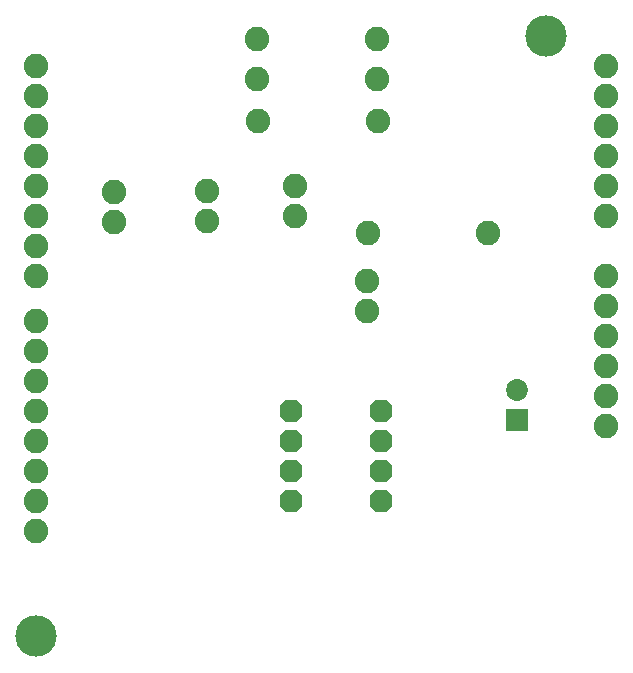
<source format=gbs>
G75*
G70*
%OFA0B0*%
%FSLAX24Y24*%
%IPPOS*%
%LPD*%
%AMOC8*
5,1,8,0,0,1.08239X$1,22.5*
%
%ADD10C,0.0820*%
%ADD11C,0.1380*%
%ADD12OC8,0.0760*%
%ADD13R,0.0730X0.0730*%
%ADD14C,0.0730*%
D10*
X001509Y012260D03*
X001509Y013260D03*
X001509Y014260D03*
X001509Y015260D03*
X001509Y016260D03*
X001509Y017260D03*
X001509Y018260D03*
X001509Y019260D03*
X001509Y020760D03*
X001509Y021760D03*
X001509Y022760D03*
X001509Y023760D03*
X001509Y024760D03*
X001509Y025760D03*
X001509Y026760D03*
X001509Y027760D03*
X004104Y023571D03*
X004104Y022571D03*
X007200Y022618D03*
X007200Y023618D03*
X008925Y025932D03*
X008889Y027331D03*
X008885Y028669D03*
X010138Y023785D03*
X010138Y022785D03*
X012569Y022212D03*
X012556Y020604D03*
X012556Y019604D03*
X016569Y022212D03*
X012925Y025932D03*
X012889Y027331D03*
X012885Y028669D03*
X020509Y027760D03*
X020509Y026760D03*
X020509Y025760D03*
X020509Y024760D03*
X020509Y023760D03*
X020509Y022760D03*
X020509Y020760D03*
X020509Y019760D03*
X020509Y018760D03*
X020509Y017760D03*
X020509Y016760D03*
X020509Y015760D03*
D11*
X001509Y008760D03*
X018509Y028760D03*
D12*
X013009Y016274D03*
X013009Y015274D03*
X013009Y014274D03*
X013009Y013274D03*
X010009Y013274D03*
X010009Y014274D03*
X010009Y015274D03*
X010009Y016274D03*
D13*
X017548Y015964D03*
D14*
X017548Y016964D03*
M02*

</source>
